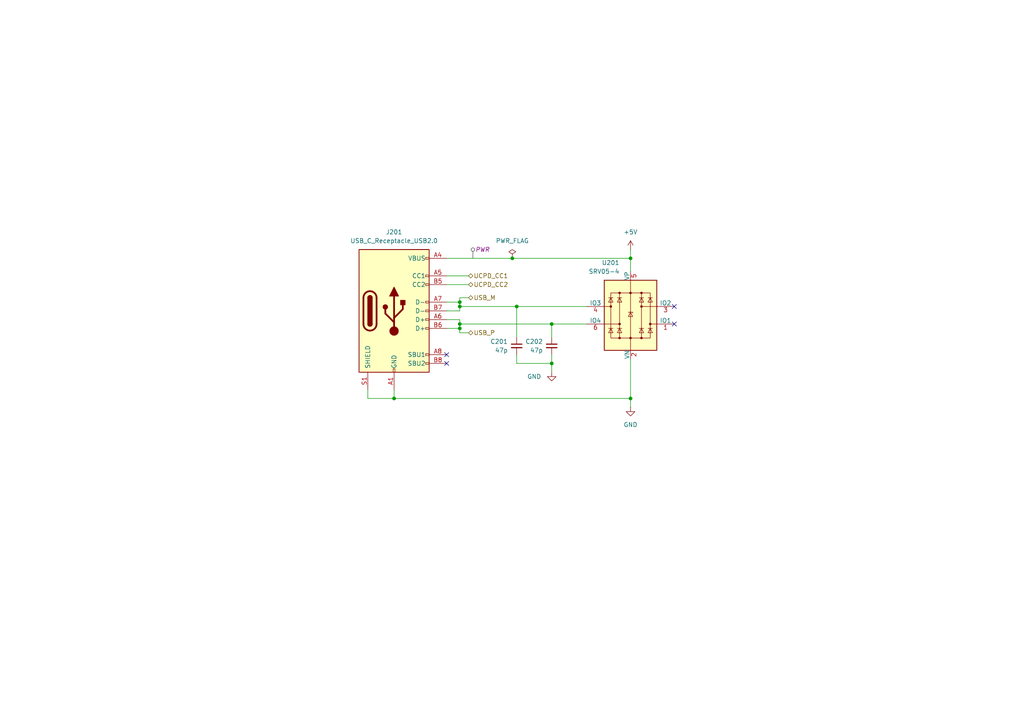
<source format=kicad_sch>
(kicad_sch (version 20231120) (generator "eeschema") (generator_version "8.0")
  (paper "A4")
  (title_block (title "USB & ESD") (date "2023-06-17") (rev "1.0") (company "matei repair lab"))
  (lib_symbols
    (symbol "Connector:USB_C_Receptacle_USB2.0_16P" (pin_names (offset 1.016))
      (property "Reference" "J" (at 0 22.225 0))
      (property "Value" "USB_C_Receptacle_USB2.0_16P" (at 0 19.685 0))
      (symbol "USB_C_Receptacle_USB2.0_16P_0_0"
        (rectangle (start -0.254 -17.78) (end 0.254 -16.764))
        (rectangle (start 10.16 -14.986) (end 9.144 -15.494))
        (rectangle (start 10.16 -12.446) (end 9.144 -12.954))
        (rectangle (start 10.16 -4.826) (end 9.144 -5.334))
        (rectangle (start 10.16 -2.286) (end 9.144 -2.794))
        (rectangle (start 10.16 0.254) (end 9.144 -0.254))
        (rectangle (start 10.16 2.794) (end 9.144 2.286))
        (rectangle (start 10.16 7.874) (end 9.144 7.366))
        (rectangle (start 10.16 10.414) (end 9.144 9.906))
        (rectangle (start 10.16 15.494) (end 9.144 14.986))
      )
      (symbol "USB_C_Receptacle_USB2.0_16P_0_1"
        (rectangle (start -10.16 17.78) (end 10.16 -17.78) (stroke (width 0.254)) (fill (type background)))
        (arc (start -8.89 -3.81) (mid -6.985 -5.7067) (end -5.08 -3.81) (stroke (width 0.508)))
        (arc (start -7.62 -3.81) (mid -6.985 -4.4423) (end -6.35 -3.81) (stroke (width 0.254)))
        (arc (start -7.62 -3.81) (mid -6.985 -4.4423) (end -6.35 -3.81) (stroke (width 0.254)) (fill (type outline)))
        (rectangle (start -7.62 -3.81) (end -6.35 3.81) (stroke (width 0.254)) (fill (type outline)))
        (arc (start -6.35 3.81) (mid -6.985 4.4423) (end -7.62 3.81) (stroke (width 0.254)))
        (arc (start -6.35 3.81) (mid -6.985 4.4423) (end -7.62 3.81) (stroke (width 0.254)) (fill (type outline)))
        (arc (start -5.08 3.81) (mid -6.985 5.7067) (end -8.89 3.81) (stroke (width 0.508)))
        (circle (center -2.54 1.143) (radius 0.635) (stroke (width 0.254)) (fill (type outline)))
        (circle (center 0 -5.842) (radius 1.27) (fill (type outline)))
        (polyline (pts (xy -8.89 -3.81) (xy -8.89 3.81)) (stroke (width 0.508)))
        (polyline (pts (xy -5.08 3.81) (xy -5.08 -3.81)) (stroke (width 0.508)))
        (polyline (pts (xy 0 -5.842) (xy 0 4.318)) (stroke (width 0.508)))
        (polyline (pts (xy 0 -3.302) (xy -2.54 -0.762) (xy -2.54 0.508)) (stroke (width 0.508)))
        (polyline (pts (xy 0 -2.032) (xy 2.54 0.508) (xy 2.54 1.778)) (stroke (width 0.508)))
        (polyline (pts (xy -1.27 4.318) (xy 0 6.858) (xy 1.27 4.318) (xy -1.27 4.318)) (stroke (width 0.254)) (fill (type outline)))
        (rectangle (start 1.905 1.778) (end 3.175 3.048) (stroke (width 0.254)) (fill (type outline)))
      )
      (symbol "USB_C_Receptacle_USB2.0_16P_1_1"
        (pin passive line (at 0 -22.86 90) (length 5.08) (name "GND") (number "A1"))
        (pin passive line (at 0 -22.86 90) (length 5.08) hide (name "GND") (number "A12"))
        (pin passive line (at 15.24 15.24 180) (length 5.08) (name "VBUS") (number "A4"))
        (pin bidirectional line (at 15.24 10.16 180) (length 5.08) (name "CC1") (number "A5"))
        (pin bidirectional line (at 15.24 -2.54 180) (length 5.08) (name "D+") (number "A6"))
        (pin bidirectional line (at 15.24 2.54 180) (length 5.08) (name "D-") (number "A7"))
        (pin bidirectional line (at 15.24 -12.7 180) (length 5.08) (name "SBU1") (number "A8"))
        (pin passive line (at 15.24 15.24 180) (length 5.08) hide (name "VBUS") (number "A9"))
        (pin passive line (at 0 -22.86 90) (length 5.08) hide (name "GND") (number "B1"))
        (pin passive line (at 0 -22.86 90) (length 5.08) hide (name "GND") (number "B12"))
        (pin passive line (at 15.24 15.24 180) (length 5.08) hide (name "VBUS") (number "B4"))
        (pin bidirectional line (at 15.24 7.62 180) (length 5.08) (name "CC2") (number "B5"))
        (pin bidirectional line (at 15.24 -5.08 180) (length 5.08) (name "D+") (number "B6"))
        (pin bidirectional line (at 15.24 0 180) (length 5.08) (name "D-") (number "B7"))
        (pin bidirectional line (at 15.24 -15.24 180) (length 5.08) (name "SBU2") (number "B8"))
        (pin passive line (at 15.24 15.24 180) (length 5.08) hide (name "VBUS") (number "B9"))
        (pin passive line (at -7.62 -22.86 90) (length 5.08) (name "SHIELD") (number "S1"))
      )
    )
    (symbol "Device:C_Small" (pin_numbers hide) (pin_names (offset 0.254) hide)
      (property "Reference" "C" (at 0.254 1.778 0))
      (property "Value" "C_Small" (at 0.254 -2.032 0))
      (symbol "C_Small_0_1"
        (polyline (pts (xy -1.524 -0.508) (xy 1.524 -0.508)) (stroke (width 0.3302)))
        (polyline (pts (xy -1.524 0.508) (xy 1.524 0.508)) (stroke (width 0.3048)))
      )
      (symbol "C_Small_1_1"
        (pin passive line (at 0 2.54 270) (length 2.032) (name "~") (number "1"))
        (pin passive line (at 0 -2.54 90) (length 2.032) (name "~") (number "2"))
      )
    )
    (symbol "Power_Protection:SRV05-4" (pin_names (offset 0))
      (property "Reference" "U201" (at 3.175 15.24 0))
      (property "Value" "SRV05-4" (at 3.175 12.7 0))
      (symbol "SRV05-4_0_0"
        (rectangle (start -5.715 6.477) (end 5.715 -6.604))
        (polyline (pts (xy -3.175 -6.604) (xy -3.175 6.477)))
        (polyline (pts (xy 3.175 6.477) (xy 3.175 -6.604)))
      )
      (symbol "SRV05-4_0_1"
        (rectangle (start -7.62 10.16) (end 7.62 -10.16) (stroke (width 0.254)) (fill (type background)))
        (circle (center -5.715 -2.54) (radius 0.2794) (fill (type outline)))
        (circle (center -3.175 -6.604) (radius 0.2794) (fill (type outline)))
        (circle (center -3.175 2.54) (radius 0.2794) (fill (type outline)))
        (circle (center -3.175 6.477) (radius 0.2794) (fill (type outline)))
        (circle (center 0 -6.604) (radius 0.2794) (fill (type outline)))
        (polyline (pts (xy -7.747 2.54) (xy -3.175 2.54)))
        (polyline (pts (xy -7.62 -2.54) (xy -5.715 -2.54)))
        (polyline (pts (xy -5.08 -3.81) (xy -6.35 -3.81)))
        (polyline (pts (xy -5.08 5.08) (xy -6.35 5.08)))
        (polyline (pts (xy -2.54 -3.81) (xy -3.81 -3.81)))
        (polyline (pts (xy -2.54 5.08) (xy -3.81 5.08)))
        (polyline (pts (xy 0 10.16) (xy 0 -10.16)))
        (polyline (pts (xy 3.81 -3.81) (xy 2.54 -3.81)))
        (polyline (pts (xy 3.81 5.08) (xy 2.54 5.08)))
        (polyline (pts (xy 6.35 -3.81) (xy 5.08 -3.81)))
        (polyline (pts (xy 6.35 5.08) (xy 5.08 5.08)))
        (polyline (pts (xy 7.62 -2.54) (xy 3.175 -2.54)))
        (polyline (pts (xy 7.62 2.54) (xy 5.715 2.54)))
        (polyline (pts (xy 0.635 0.889) (xy -0.635 0.889) (xy -0.635 0.635)))
        (polyline (pts (xy -5.08 -5.08) (xy -6.35 -5.08) (xy -5.715 -3.81) (xy -5.08 -5.08)))
        (polyline (pts (xy -5.08 3.81) (xy -6.35 3.81) (xy -5.715 5.08) (xy -5.08 3.81)))
        (polyline (pts (xy -2.54 -5.08) (xy -3.81 -5.08) (xy -3.175 -3.81) (xy -2.54 -5.08)))
        (polyline (pts (xy -2.54 3.81) (xy -3.81 3.81) (xy -3.175 5.08) (xy -2.54 3.81)))
        (polyline (pts (xy 0.635 -0.381) (xy -0.635 -0.381) (xy 0 0.889) (xy 0.635 -0.381)))
        (polyline (pts (xy 3.81 -5.08) (xy 2.54 -5.08) (xy 3.175 -3.81) (xy 3.81 -5.08)))
        (polyline (pts (xy 3.81 3.81) (xy 2.54 3.81) (xy 3.175 5.08) (xy 3.81 3.81)))
        (polyline (pts (xy 6.35 -5.08) (xy 5.08 -5.08) (xy 5.715 -3.81) (xy 6.35 -5.08)))
        (polyline (pts (xy 6.35 3.81) (xy 5.08 3.81) (xy 5.715 5.08) (xy 6.35 3.81)))
        (circle (center 0 6.477) (radius 0.2794) (fill (type outline)))
        (circle (center 3.175 -6.604) (radius 0.2794) (fill (type outline)))
        (circle (center 3.175 -2.54) (radius 0.2794) (fill (type outline)))
        (circle (center 3.175 6.477) (radius 0.2794) (fill (type outline)))
        (circle (center 5.715 2.54) (radius 0.2794) (fill (type outline)))
      )
      (symbol "SRV05-4_1_1"
        (pin passive line (at -12.7 -2.54 0) (length 5.08) (name "IO1") (number "1"))
        (pin passive line (at 0 -12.7 90) (length 2.54) (name "VN") (number "2"))
        (pin passive line (at -12.7 2.54 0) (length 5.08) (name "IO2") (number "3"))
        (pin passive line (at 12.7 2.54 180) (length 5.08) (name "IO3") (number "4"))
        (pin passive line (at 0 12.7 270) (length 2.54) (name "VP") (number "5"))
        (pin passive line (at 12.7 -2.54 180) (length 5.08) (name "IO4") (number "6"))
      )
    )
    (symbol "power:+5V" (power) (pin_numbers hide) (pin_names (offset 0) hide)
      (property "Value" "+5V" (at 0 3.556 0))
      (symbol "+5V_0_1"
        (polyline (pts (xy -0.762 1.27) (xy 0 2.54)))
        (polyline (pts (xy 0 0) (xy 0 2.54)))
        (polyline (pts (xy 0 2.54) (xy 0.762 1.27)))
      )
      (symbol "+5V_1_1"
        (pin power_in line (at 0 0 90) (length 0) (name "~") (number "1"))
      )
    )
    (symbol "power:GND" (power) (pin_numbers hide) (pin_names (offset 0) hide)
      (property "Value" "GND" (at 0 -3.81 0))
      (symbol "GND_0_1"
        (polyline (pts (xy 0 0) (xy 0 -1.27) (xy 1.27 -1.27) (xy 0 -2.54) (xy -1.27 -1.27) (xy 0 -1.27)))
      )
      (symbol "GND_1_1"
        (pin power_in line (at 0 0 270) (length 0) (name "~") (number "1"))
      )
    )
    (symbol "power:PWR_FLAG" (power) (pin_numbers hide) (pin_names (offset 0) hide)
      (property "Value" "PWR_FLAG" (at 0 3.81 0))
      (symbol "PWR_FLAG_0_0"
        (pin power_out line (at 0 0 90) (length 0) (name "~") (number "1"))
      )
      (symbol "PWR_FLAG_0_1"
        (polyline (pts (xy 0 0) (xy 0 1.27) (xy -1.016 1.905) (xy 0 2.54) (xy 1.016 1.905) (xy 0 1.27)))
      )
    )
  )
  (junction (at 182.88 74.93))
  (junction (at 149.86 88.9))
  (junction (at 160.02 93.98))
  (junction (at 148.59 74.93))
  (junction (at 133.35 88.9))
  (junction (at 182.88 115.57))
  (junction (at 133.35 87.63))
  (junction (at 133.35 95.25))
  (junction (at 160.02 105.41))
  (junction (at 114.3 115.57))
  (junction (at 133.35 93.98))
  (no_connect (at 195.58 93.98))
  (no_connect (at 129.54 105.41))
  (no_connect (at 195.58 88.9))
  (no_connect (at 129.54 102.87))
  (wire (pts (xy 182.88 115.57) (xy 182.88 104.14)))
  (wire (pts (xy 129.54 87.63) (xy 133.35 87.63)))
  (wire (pts (xy 133.35 92.71) (xy 133.35 93.98)))
  (wire (pts (xy 106.68 115.57) (xy 114.3 115.57)))
  (wire (pts (xy 135.89 96.52) (xy 133.35 96.52)))
  (wire (pts (xy 149.86 105.41) (xy 160.02 105.41)))
  (wire (pts (xy 149.86 88.9) (xy 149.86 97.79)))
  (wire (pts (xy 133.35 93.98) (xy 133.35 95.25)))
  (wire (pts (xy 182.88 74.93) (xy 182.88 78.74)))
  (wire (pts (xy 182.88 115.57) (xy 182.88 118.11)))
  (wire (pts (xy 149.86 102.87) (xy 149.86 105.41)))
  (wire (pts (xy 148.59 74.93) (xy 182.88 74.93)))
  (wire (pts (xy 129.54 80.01) (xy 135.89 80.01)))
  (wire (pts (xy 160.02 102.87) (xy 160.02 105.41)))
  (wire (pts (xy 133.35 86.36) (xy 133.35 87.63)))
  (wire (pts (xy 106.68 113.03) (xy 106.68 115.57)))
  (wire (pts (xy 114.3 113.03) (xy 114.3 115.57)))
  (wire (pts (xy 160.02 105.41) (xy 160.02 107.95)))
  (wire (pts (xy 160.02 93.98) (xy 160.02 97.79)))
  (wire (pts (xy 133.35 90.17) (xy 129.54 90.17)))
  (wire (pts (xy 133.35 93.98) (xy 160.02 93.98)))
  (wire (pts (xy 182.88 74.93) (xy 182.88 72.39)))
  (wire (pts (xy 129.54 92.71) (xy 133.35 92.71)))
  (wire (pts (xy 133.35 96.52) (xy 133.35 95.25)))
  (wire (pts (xy 160.02 93.98) (xy 170.18 93.98)))
  (wire (pts (xy 129.54 82.55) (xy 135.89 82.55)))
  (wire (pts (xy 133.35 95.25) (xy 129.54 95.25)))
  (wire (pts (xy 135.89 86.36) (xy 133.35 86.36)))
  (wire (pts (xy 114.3 115.57) (xy 182.88 115.57)))
  (wire (pts (xy 129.54 74.93) (xy 148.59 74.93)))
  (wire (pts (xy 149.86 88.9) (xy 170.18 88.9)))
  (wire (pts (xy 133.35 87.63) (xy 133.35 88.9)))
  (wire (pts (xy 133.35 88.9) (xy 133.35 90.17)))
  (wire (pts (xy 133.35 88.9) (xy 149.86 88.9)))
  (hierarchical_label "USB_M" (shape bidirectional) (at 135.89 86.36 0))
  (hierarchical_label "UCPD_CC2" (shape bidirectional) (at 135.89 82.55 0))
  (hierarchical_label "USB_P" (shape bidirectional) (at 135.89 96.52 0))
  (hierarchical_label "UCPD_CC1" (shape bidirectional) (at 135.89 80.01 0))
  (netclass_flag "" (length 2.54) (shape round) (at 137.16 74.93 0) (property "Netclass" "PWR" (at 137.8585 72.39 0) (effects (font (italic yes)) (justify left))))
  (symbol (lib_id "Power_Protection:SRV05-4") (at 182.88 91.44 0) (mirror y) (unit 1)
    (property "Reference" "U201" (at 179.705 76.2 0) (effects (justify left)))
    (property "Value" "SRV05-4" (at 179.705 78.74 0) (effects (justify left)))
    (property "Footprint" "Package_TO_SOT_SMD:SOT-23-6" (effects (hide yes)))
    (property "Datasheet" "http://www.onsemi.com/pub/Collateral/SRV05-4-D.PDF" (effects (hide yes)))
    (property "Description" "ESD Protection Diodes with Low Clamping Voltage, SOT-23-6" (effects (hide yes)))
    (property "LCSC ID" "C7420376" (effects (hide yes)))
    (instances (project "usb-ssk" (path "" (reference "U201") (unit 1))) (project "stm32g431-mt6701-stspin233" (path "" (reference "U601") (unit 1))))
  )
  (symbol (lib_id "Connector:USB_C_Receptacle_USB2.0_16P") (at 114.3 90.17 0) (unit 1)
    (property "Reference" "J201" (at 114.3 67.31 0))
    (property "Value" "USB_C_Receptacle_USB2.0" (at 114.3 69.85 0))
    (property "Footprint" "Connector_USB:USB_C_Receptacle_HRO_TYPE-C-31-M-12" (effects (hide yes)))
    (property "Datasheet" "https://www.usb.org/sites/default/files/documents/usb_type-c.zip" (effects (hide yes)))
    (property "Description" "USB 2.0-only 16P Type-C Receptacle connector" (effects (hide yes)))
    (property "LCSC ID" "C165948" (effects (hide yes)))
    (instances (project "usb-ssk" (path "" (reference "J201") (unit 1))) (project "stm32g431-mt6701-stspin233" (path "" (reference "J601") (unit 1))))
  )
  (symbol (lib_id "power:PWR_FLAG") (at 148.59 74.93 0) (unit 1)
    (property "Reference" "#FLG0201" (effects (hide yes)))
    (property "Value" "PWR_FLAG" (at 148.59 69.85 0))
    (property "Description" "Special symbol for telling ERC where power comes from" (effects (hide yes)))
  )
  (symbol (lib_id "power:+5V") (at 182.88 72.39 0) (unit 1)
    (property "Reference" "#PWR0201" (effects (hide yes)))
    (property "Value" "+5V" (at 182.88 67.31 0))
    (property "Description" "Power symbol creates a global label with name \"+5V\"" (effects (hide yes)))
    (instances (project "usb-ssk" (path "" (reference "#PWR0201") (unit 1))) (project "stm32g431-mt6701-stspin233" (path "" (reference "#PWR0603") (unit 1))))
  )
  (symbol (lib_id "Device:C_Small") (at 160.02 100.33 0) (unit 1)
    (property "Reference" "C202" (at 157.48 99.0663 0) (effects (justify right)))
    (property "Value" "47p" (at 157.48 101.6063 0) (effects (justify right)))
    (property "Footprint" "Capacitor_SMD:C_0402_1005Metric" (effects (hide yes)))
    (property "LCSC ID" "C1567" (effects (hide yes)))
    (instances (project "usb-ssk" (path "" (reference "C202") (unit 1))) (project "stm32g431-mt6701-stspin233" (path "" (reference "C?") (unit 1)) (path "" (reference "C602") (unit 1))))
  )
  (symbol (lib_id "power:GND") (at 160.02 107.95 0) (mirror y) (unit 1)
    (property "Reference" "#PWR0202" (effects (hide yes)))
    (property "Value" "GND" (at 154.94 109.22 0))
    (property "Description" "Power symbol creates a global label with name \"GND\" , ground" (effects (hide yes)))
    (instances (project "usb-ssk" (path "" (reference "#PWR0202") (unit 1))) (project "stm32g431-mt6701-stspin233" (path "" (reference "#PWR?") (unit 1)) (path "" (reference "#PWR0215") (unit 1)) (path "" (reference "#PWR0602") (unit 1))))
  )
  (symbol (lib_id "Device:C_Small") (at 149.86 100.33 0) (unit 1)
    (property "Reference" "C201" (at 147.32 99.0663 0) (effects (justify right)))
    (property "Value" "47p" (at 147.32 101.6063 0) (effects (justify right)))
    (property "Footprint" "Capacitor_SMD:C_0402_1005Metric" (effects (hide yes)))
    (property "LCSC ID" "C1567" (effects (hide yes)))
    (instances (project "usb-ssk" (path "" (reference "C201") (unit 1))) (project "stm32g431-mt6701-stspin233" (path "" (reference "C?") (unit 1)) (path "" (reference "C601") (unit 1))))
  )
  (symbol (lib_id "power:GND") (at 182.88 118.11 0) (unit 1)
    (property "Reference" "#PWR0203" (effects (hide yes)))
    (property "Value" "GND" (at 182.88 123.19 0))
    (property "Description" "Power symbol creates a global label with name \"GND\" , ground" (effects (hide yes)))
    (instances (project "usb-ssk" (path "" (reference "#PWR0203") (unit 1))) (project "stm32g431-mt6701-stspin233" (path "" (reference "#PWR0604") (unit 1))))
  )
)
</source>
